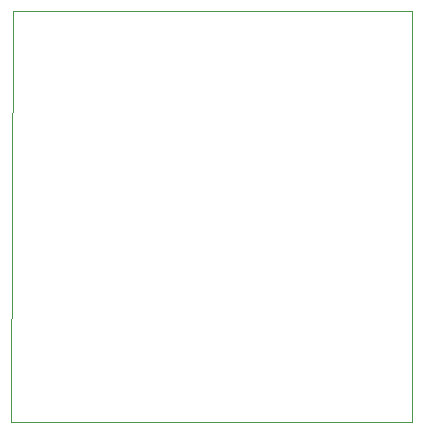
<source format=gbr>
G04 #@! TF.GenerationSoftware,KiCad,Pcbnew,5.1.4-1.fc30*
G04 #@! TF.CreationDate,2019-08-27T20:45:53+02:00*
G04 #@! TF.ProjectId,BoatFanControl,426f6174-4661-46e4-936f-6e74726f6c2e,rev?*
G04 #@! TF.SameCoordinates,PX5140c80PY5efc680*
G04 #@! TF.FileFunction,Profile,NP*
%FSLAX46Y46*%
G04 Gerber Fmt 4.6, Leading zero omitted, Abs format (unit mm)*
G04 Created by KiCad (PCBNEW 5.1.4-1.fc30) date 2019-08-27 20:45:53*
%MOMM*%
%LPD*%
G04 APERTURE LIST*
%ADD10C,0.100000*%
G04 APERTURE END LIST*
D10*
X0Y34600000D02*
X-200000Y-200000D01*
X33800000Y34600000D02*
X0Y34600000D01*
X33800000Y-200000D02*
X33800000Y34600000D01*
X-200000Y-200000D02*
X33800000Y-200000D01*
M02*

</source>
